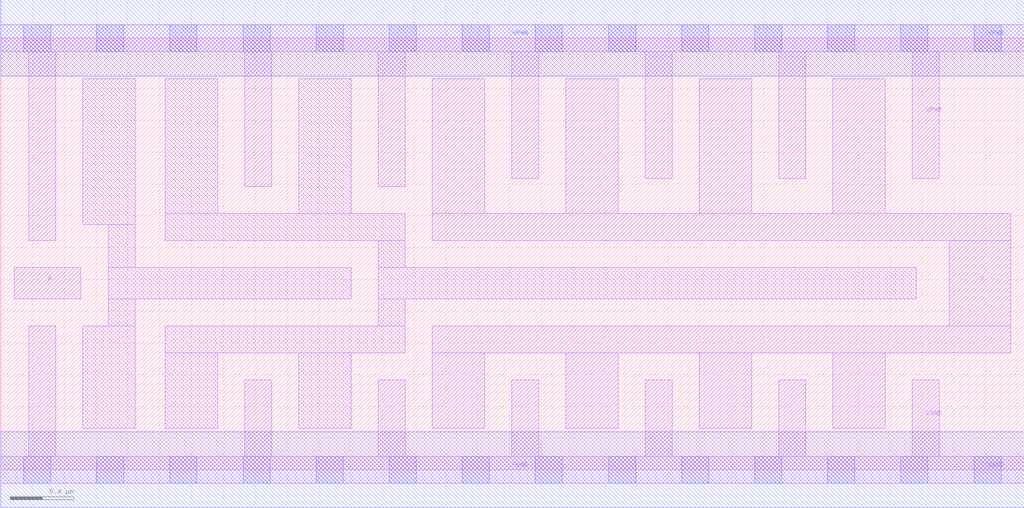
<source format=lef>
# Copyright 2020 The SkyWater PDK Authors
#
# Licensed under the Apache License, Version 2.0 (the "License");
# you may not use this file except in compliance with the License.
# You may obtain a copy of the License at
#
#     https://www.apache.org/licenses/LICENSE-2.0
#
# Unless required by applicable law or agreed to in writing, software
# distributed under the License is distributed on an "AS IS" BASIS,
# WITHOUT WARRANTIES OR CONDITIONS OF ANY KIND, either express or implied.
# See the License for the specific language governing permissions and
# limitations under the License.
#
# SPDX-License-Identifier: Apache-2.0

VERSION 5.7 ;
  NAMESCASESENSITIVE ON ;
  NOWIREEXTENSIONATPIN ON ;
  DIVIDERCHAR "/" ;
  BUSBITCHARS "[]" ;
UNITS
  DATABASE MICRONS 200 ;
END UNITS
MACRO sky130_fd_sc_hd__bufinv_8
  CLASS CORE ;
  SOURCE USER ;
  FOREIGN sky130_fd_sc_hd__bufinv_8 ;
  ORIGIN  0.000000  0.000000 ;
  SIZE  6.440000 BY  2.720000 ;
  SYMMETRY X Y R90 ;
  SITE unithd ;
  PIN A
    ANTENNAGATEAREA  0.247500 ;
    DIRECTION INPUT ;
    USE SIGNAL ;
    PORT
      LAYER li1 ;
        RECT 0.085000 1.075000 0.505000 1.275000 ;
    END
  END A
  PIN Y
    ANTENNADIFFAREA  1.782000 ;
    DIRECTION OUTPUT ;
    USE SIGNAL ;
    PORT
      LAYER li1 ;
        RECT 2.715000 0.260000 3.045000 0.735000 ;
        RECT 2.715000 0.735000 6.355000 0.905000 ;
        RECT 2.715000 1.445000 6.355000 1.615000 ;
        RECT 2.715000 1.615000 3.045000 2.465000 ;
        RECT 3.555000 0.260000 3.885000 0.735000 ;
        RECT 3.555000 1.615000 3.885000 2.465000 ;
        RECT 4.395000 0.260000 4.725000 0.735000 ;
        RECT 4.395000 1.615000 4.725000 2.465000 ;
        RECT 5.235000 0.260000 5.565000 0.735000 ;
        RECT 5.235000 1.615000 5.565000 2.465000 ;
        RECT 5.970000 0.905000 6.355000 1.445000 ;
    END
  END Y
  PIN VGND
    DIRECTION INOUT ;
    SHAPE ABUTMENT ;
    USE GROUND ;
    PORT
      LAYER li1 ;
        RECT 0.000000 -0.085000 6.440000 0.085000 ;
        RECT 0.175000  0.085000 0.345000 0.905000 ;
        RECT 1.535000  0.085000 1.705000 0.565000 ;
        RECT 2.375000  0.085000 2.545000 0.565000 ;
        RECT 3.215000  0.085000 3.385000 0.565000 ;
        RECT 4.055000  0.085000 4.225000 0.565000 ;
        RECT 4.895000  0.085000 5.065000 0.565000 ;
        RECT 5.735000  0.085000 5.905000 0.565000 ;
      LAYER mcon ;
        RECT 0.145000 -0.085000 0.315000 0.085000 ;
        RECT 0.605000 -0.085000 0.775000 0.085000 ;
        RECT 1.065000 -0.085000 1.235000 0.085000 ;
        RECT 1.525000 -0.085000 1.695000 0.085000 ;
        RECT 1.985000 -0.085000 2.155000 0.085000 ;
        RECT 2.445000 -0.085000 2.615000 0.085000 ;
        RECT 2.905000 -0.085000 3.075000 0.085000 ;
        RECT 3.365000 -0.085000 3.535000 0.085000 ;
        RECT 3.825000 -0.085000 3.995000 0.085000 ;
        RECT 4.285000 -0.085000 4.455000 0.085000 ;
        RECT 4.745000 -0.085000 4.915000 0.085000 ;
        RECT 5.205000 -0.085000 5.375000 0.085000 ;
        RECT 5.665000 -0.085000 5.835000 0.085000 ;
        RECT 6.125000 -0.085000 6.295000 0.085000 ;
      LAYER met1 ;
        RECT 0.000000 -0.240000 6.440000 0.240000 ;
    END
  END VGND
  PIN VPWR
    DIRECTION INOUT ;
    SHAPE ABUTMENT ;
    USE POWER ;
    PORT
      LAYER li1 ;
        RECT 0.000000 2.635000 6.440000 2.805000 ;
        RECT 0.175000 1.445000 0.345000 2.635000 ;
        RECT 1.535000 1.785000 1.705000 2.635000 ;
        RECT 2.375000 1.785000 2.545000 2.635000 ;
        RECT 3.215000 1.835000 3.385000 2.635000 ;
        RECT 4.055000 1.835000 4.225000 2.635000 ;
        RECT 4.895000 1.835000 5.065000 2.635000 ;
        RECT 5.735000 1.835000 5.905000 2.635000 ;
      LAYER mcon ;
        RECT 0.145000 2.635000 0.315000 2.805000 ;
        RECT 0.605000 2.635000 0.775000 2.805000 ;
        RECT 1.065000 2.635000 1.235000 2.805000 ;
        RECT 1.525000 2.635000 1.695000 2.805000 ;
        RECT 1.985000 2.635000 2.155000 2.805000 ;
        RECT 2.445000 2.635000 2.615000 2.805000 ;
        RECT 2.905000 2.635000 3.075000 2.805000 ;
        RECT 3.365000 2.635000 3.535000 2.805000 ;
        RECT 3.825000 2.635000 3.995000 2.805000 ;
        RECT 4.285000 2.635000 4.455000 2.805000 ;
        RECT 4.745000 2.635000 4.915000 2.805000 ;
        RECT 5.205000 2.635000 5.375000 2.805000 ;
        RECT 5.665000 2.635000 5.835000 2.805000 ;
        RECT 6.125000 2.635000 6.295000 2.805000 ;
      LAYER met1 ;
        RECT 0.000000 2.480000 6.440000 2.960000 ;
    END
  END VPWR
  OBS
    LAYER li1 ;
      RECT 0.515000 0.260000 0.845000 0.905000 ;
      RECT 0.515000 1.545000 0.845000 2.465000 ;
      RECT 0.675000 0.905000 0.845000 1.075000 ;
      RECT 0.675000 1.075000 2.205000 1.275000 ;
      RECT 0.675000 1.275000 0.845000 1.545000 ;
      RECT 1.035000 0.260000 1.365000 0.735000 ;
      RECT 1.035000 0.735000 2.545000 0.905000 ;
      RECT 1.035000 1.445000 2.545000 1.615000 ;
      RECT 1.035000 1.615000 1.365000 2.465000 ;
      RECT 1.875000 0.260000 2.205000 0.735000 ;
      RECT 1.875000 1.615000 2.205000 2.465000 ;
      RECT 2.375000 0.905000 2.545000 1.075000 ;
      RECT 2.375000 1.075000 5.760000 1.275000 ;
      RECT 2.375000 1.275000 2.545000 1.445000 ;
  END
END sky130_fd_sc_hd__bufinv_8
END LIBRARY

</source>
